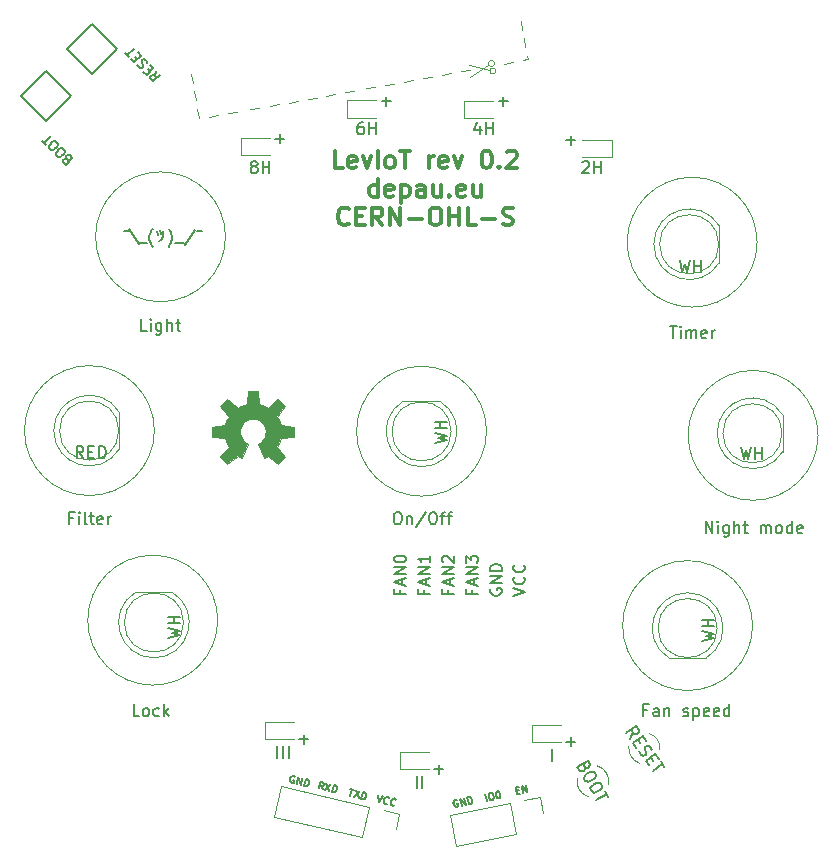
<source format=gbr>
%TF.GenerationSoftware,KiCad,Pcbnew,(5.99.0-10634-g5f56117be9)*%
%TF.CreationDate,2021-05-24T23:14:31+02:00*%
%TF.ProjectId,custom-pcb,63757374-6f6d-42d7-9063-622e6b696361,rev?*%
%TF.SameCoordinates,Original*%
%TF.FileFunction,Legend,Top*%
%TF.FilePolarity,Positive*%
%FSLAX46Y46*%
G04 Gerber Fmt 4.6, Leading zero omitted, Abs format (unit mm)*
G04 Created by KiCad (PCBNEW (5.99.0-10634-g5f56117be9)) date 2021-05-24 23:14:31*
%MOMM*%
%LPD*%
G01*
G04 APERTURE LIST*
%ADD10C,0.120000*%
%ADD11C,0.150000*%
%ADD12C,0.300000*%
%ADD13C,0.010000*%
G04 APERTURE END LIST*
D10*
X122262900Y-46736000D02*
X122389900Y-47498000D01*
X112395000Y-51879500D02*
X113157000Y-51752500D01*
X122783600Y-49720500D02*
X122834400Y-49999900D01*
X131397192Y-108184578D02*
G75*
G03*
X132334000Y-109601000I1317808J-146423D01*
G01*
X120142000Y-50990500D02*
G75*
G03*
X120142000Y-50990500I-254000J0D01*
G01*
X117856000Y-50482500D02*
X119634000Y-50863500D01*
X115570000Y-51295300D02*
X116332000Y-51168300D01*
X129666998Y-111379000D02*
G75*
G03*
X128730192Y-109824443I-1324819J261185D01*
G01*
X94488000Y-52044600D02*
X94361000Y-51282600D01*
X122491500Y-48158400D02*
X122618500Y-48920400D01*
X109143800Y-52463700D02*
X109905800Y-52336700D01*
X134032808Y-108477424D02*
G75*
G03*
X133096000Y-107061002I-1317808J146423D01*
G01*
X120026707Y-50355500D02*
G75*
G03*
X120026707Y-50355500I-265707J0D01*
G01*
X100990400Y-53936900D02*
X101752400Y-53809900D01*
X97459800Y-54571900D02*
X98221800Y-54444900D01*
X94742000Y-53467000D02*
X94615000Y-52705000D01*
X122783600Y-50012600D02*
X122402600Y-50088800D01*
X127017360Y-110856630D02*
G75*
G03*
X127954166Y-112411187I1324819J-261185D01*
G01*
X119507000Y-50482500D02*
X117983000Y-51498500D01*
X107391200Y-52781200D02*
X108153200Y-52654200D01*
X99314000Y-54241700D02*
X100076000Y-54114700D01*
X113969800Y-51600100D02*
X114731800Y-51473100D01*
X94996000Y-54965600D02*
X94869000Y-54203600D01*
X95859600Y-54851300D02*
X96621600Y-54724300D01*
X117195600Y-51015900D02*
X117957600Y-50888900D01*
X110744000Y-52184300D02*
X111506000Y-52057300D01*
X105791000Y-53073300D02*
X106553000Y-52946300D01*
X120827800Y-50380900D02*
X121589800Y-50253900D01*
X102590600Y-53657500D02*
X103352600Y-53530500D01*
X104216200Y-53378100D02*
X104978200Y-53251100D01*
D11*
X91374496Y-50984685D02*
X91293683Y-51442621D01*
X91697744Y-51307934D02*
X91132059Y-51873619D01*
X90916560Y-51658120D01*
X90889622Y-51577308D01*
X90889622Y-51523433D01*
X90916560Y-51442621D01*
X90997372Y-51361809D01*
X91078184Y-51334871D01*
X91132059Y-51334871D01*
X91212871Y-51361809D01*
X91428370Y-51577308D01*
X90835748Y-51038560D02*
X90647186Y-50849998D01*
X90862685Y-50472874D02*
X91132059Y-50742248D01*
X90566374Y-51307934D01*
X90297000Y-51038560D01*
X90620248Y-50284312D02*
X90566374Y-50176563D01*
X90431687Y-50041876D01*
X90350874Y-50014938D01*
X90297000Y-50014938D01*
X90216187Y-50041876D01*
X90162312Y-50095751D01*
X90135375Y-50176563D01*
X90135375Y-50230438D01*
X90162312Y-50311250D01*
X90243125Y-50445937D01*
X90270062Y-50526749D01*
X90270062Y-50580624D01*
X90243125Y-50661436D01*
X90189250Y-50715311D01*
X90108438Y-50742248D01*
X90054563Y-50742248D01*
X89973751Y-50715311D01*
X89839064Y-50580624D01*
X89785189Y-50472874D01*
X89785189Y-49988001D02*
X89596627Y-49799439D01*
X89812126Y-49422316D02*
X90081500Y-49691690D01*
X89515815Y-50257375D01*
X89246441Y-49988001D01*
X89084816Y-49826377D02*
X88761568Y-49503128D01*
X89488877Y-49099067D02*
X88923192Y-49664752D01*
X83785309Y-58466122D02*
X83731435Y-58358372D01*
X83731435Y-58304497D01*
X83758372Y-58223685D01*
X83839184Y-58142873D01*
X83919996Y-58115935D01*
X83973871Y-58115935D01*
X84054683Y-58142873D01*
X84270183Y-58358372D01*
X83704497Y-58924057D01*
X83515935Y-58735496D01*
X83488998Y-58654683D01*
X83488998Y-58600809D01*
X83515935Y-58519996D01*
X83569810Y-58466122D01*
X83650622Y-58439184D01*
X83704497Y-58439184D01*
X83785309Y-58466122D01*
X83973871Y-58654683D01*
X83031062Y-58250622D02*
X82923312Y-58142873D01*
X82896375Y-58062061D01*
X82896375Y-57954311D01*
X82977187Y-57819624D01*
X83165749Y-57631062D01*
X83300436Y-57550250D01*
X83408186Y-57550250D01*
X83488998Y-57577187D01*
X83596748Y-57684937D01*
X83623685Y-57765749D01*
X83623685Y-57873499D01*
X83542873Y-58008186D01*
X83354311Y-58196748D01*
X83219624Y-58277560D01*
X83111874Y-58277560D01*
X83031062Y-58250622D01*
X82438439Y-57658000D02*
X82330690Y-57550250D01*
X82303752Y-57469438D01*
X82303752Y-57361688D01*
X82384564Y-57227001D01*
X82573126Y-57038439D01*
X82707813Y-56957627D01*
X82815563Y-56957627D01*
X82896375Y-56984564D01*
X83004125Y-57092314D01*
X83031062Y-57173126D01*
X83031062Y-57280876D01*
X82950250Y-57415563D01*
X82761688Y-57604125D01*
X82627001Y-57684937D01*
X82519251Y-57684937D01*
X82438439Y-57658000D01*
X82034378Y-57253938D02*
X81711129Y-56930690D01*
X82438439Y-56526629D02*
X81872754Y-57092314D01*
X118085571Y-94969714D02*
X118085571Y-95303047D01*
X118609380Y-95303047D02*
X117609380Y-95303047D01*
X117609380Y-94826857D01*
X118323666Y-94493523D02*
X118323666Y-94017333D01*
X118609380Y-94588761D02*
X117609380Y-94255428D01*
X118609380Y-93922095D01*
X118609380Y-93588761D02*
X117609380Y-93588761D01*
X118609380Y-93017333D01*
X117609380Y-93017333D01*
X117609380Y-92636380D02*
X117609380Y-92017333D01*
X117990333Y-92350666D01*
X117990333Y-92207809D01*
X118037952Y-92112571D01*
X118085571Y-92064952D01*
X118180809Y-92017333D01*
X118418904Y-92017333D01*
X118514142Y-92064952D01*
X118561761Y-92112571D01*
X118609380Y-92207809D01*
X118609380Y-92493523D01*
X118561761Y-92588761D01*
X118514142Y-92636380D01*
X110165416Y-112275888D02*
X110225319Y-112905501D01*
X110555164Y-112365869D01*
X110961991Y-113016929D02*
X110927725Y-113038341D01*
X110837781Y-113046899D01*
X110782102Y-113034044D01*
X110705012Y-112986924D01*
X110662188Y-112918391D01*
X110647203Y-112856285D01*
X110645073Y-112738502D01*
X110664354Y-112654984D01*
X110717902Y-112550055D01*
X110758596Y-112500804D01*
X110827128Y-112457980D01*
X110917073Y-112449422D01*
X110972751Y-112462277D01*
X111049841Y-112509397D01*
X111071253Y-112543663D01*
X111546613Y-113151900D02*
X111512347Y-113173312D01*
X111422403Y-113181869D01*
X111366724Y-113169015D01*
X111289634Y-113121894D01*
X111246810Y-113053362D01*
X111231825Y-112991256D01*
X111229695Y-112873472D01*
X111248976Y-112789955D01*
X111302524Y-112685025D01*
X111343218Y-112635774D01*
X111411750Y-112592950D01*
X111501695Y-112584393D01*
X111557373Y-112597247D01*
X111634463Y-112644368D01*
X111655875Y-112678634D01*
X114971580Y-82486380D02*
X115971580Y-82248285D01*
X115257295Y-82057809D01*
X115971580Y-81867333D01*
X114971580Y-81629238D01*
X115971580Y-81248285D02*
X114971580Y-81248285D01*
X115447771Y-81248285D02*
X115447771Y-80676857D01*
X115971580Y-80676857D02*
X114971580Y-80676857D01*
X92416380Y-98996380D02*
X93416380Y-98758285D01*
X92702095Y-98567809D01*
X93416380Y-98377333D01*
X92416380Y-98139238D01*
X93416380Y-97758285D02*
X92416380Y-97758285D01*
X92892571Y-97758285D02*
X92892571Y-97186857D01*
X93416380Y-97186857D02*
X92416380Y-97186857D01*
X126111047Y-56840428D02*
X126872952Y-56840428D01*
X126492000Y-57221380D02*
X126492000Y-56459476D01*
X116053571Y-94969714D02*
X116053571Y-95303047D01*
X116577380Y-95303047D02*
X115577380Y-95303047D01*
X115577380Y-94826857D01*
X116291666Y-94493523D02*
X116291666Y-94017333D01*
X116577380Y-94588761D02*
X115577380Y-94255428D01*
X116577380Y-93922095D01*
X116577380Y-93588761D02*
X115577380Y-93588761D01*
X116577380Y-93017333D01*
X115577380Y-93017333D01*
X115672619Y-92588761D02*
X115625000Y-92541142D01*
X115577380Y-92445904D01*
X115577380Y-92207809D01*
X115625000Y-92112571D01*
X115672619Y-92064952D01*
X115767857Y-92017333D01*
X115863095Y-92017333D01*
X116005952Y-92064952D01*
X116577380Y-92636380D01*
X116577380Y-92017333D01*
X114021571Y-94969714D02*
X114021571Y-95303047D01*
X114545380Y-95303047D02*
X113545380Y-95303047D01*
X113545380Y-94826857D01*
X114259666Y-94493523D02*
X114259666Y-94017333D01*
X114545380Y-94588761D02*
X113545380Y-94255428D01*
X114545380Y-93922095D01*
X114545380Y-93588761D02*
X113545380Y-93588761D01*
X114545380Y-93017333D01*
X113545380Y-93017333D01*
X114545380Y-92017333D02*
X114545380Y-92588761D01*
X114545380Y-92303047D02*
X113545380Y-92303047D01*
X113688238Y-92398285D01*
X113783476Y-92493523D01*
X113831095Y-92588761D01*
D12*
X107208714Y-59223571D02*
X106494428Y-59223571D01*
X106494428Y-57723571D01*
X108280142Y-59152142D02*
X108137285Y-59223571D01*
X107851571Y-59223571D01*
X107708714Y-59152142D01*
X107637285Y-59009285D01*
X107637285Y-58437857D01*
X107708714Y-58295000D01*
X107851571Y-58223571D01*
X108137285Y-58223571D01*
X108280142Y-58295000D01*
X108351571Y-58437857D01*
X108351571Y-58580714D01*
X107637285Y-58723571D01*
X108851571Y-58223571D02*
X109208714Y-59223571D01*
X109565857Y-58223571D01*
X110137285Y-59223571D02*
X110137285Y-57723571D01*
X111065857Y-59223571D02*
X110923000Y-59152142D01*
X110851571Y-59080714D01*
X110780142Y-58937857D01*
X110780142Y-58509285D01*
X110851571Y-58366428D01*
X110923000Y-58295000D01*
X111065857Y-58223571D01*
X111280142Y-58223571D01*
X111423000Y-58295000D01*
X111494428Y-58366428D01*
X111565857Y-58509285D01*
X111565857Y-58937857D01*
X111494428Y-59080714D01*
X111423000Y-59152142D01*
X111280142Y-59223571D01*
X111065857Y-59223571D01*
X111994428Y-57723571D02*
X112851571Y-57723571D01*
X112423000Y-59223571D02*
X112423000Y-57723571D01*
X114494428Y-59223571D02*
X114494428Y-58223571D01*
X114494428Y-58509285D02*
X114565857Y-58366428D01*
X114637285Y-58295000D01*
X114780142Y-58223571D01*
X114923000Y-58223571D01*
X115994428Y-59152142D02*
X115851571Y-59223571D01*
X115565857Y-59223571D01*
X115423000Y-59152142D01*
X115351571Y-59009285D01*
X115351571Y-58437857D01*
X115423000Y-58295000D01*
X115565857Y-58223571D01*
X115851571Y-58223571D01*
X115994428Y-58295000D01*
X116065857Y-58437857D01*
X116065857Y-58580714D01*
X115351571Y-58723571D01*
X116565857Y-58223571D02*
X116923000Y-59223571D01*
X117280142Y-58223571D01*
X119280142Y-57723571D02*
X119423000Y-57723571D01*
X119565857Y-57795000D01*
X119637285Y-57866428D01*
X119708714Y-58009285D01*
X119780142Y-58295000D01*
X119780142Y-58652142D01*
X119708714Y-58937857D01*
X119637285Y-59080714D01*
X119565857Y-59152142D01*
X119423000Y-59223571D01*
X119280142Y-59223571D01*
X119137285Y-59152142D01*
X119065857Y-59080714D01*
X118994428Y-58937857D01*
X118923000Y-58652142D01*
X118923000Y-58295000D01*
X118994428Y-58009285D01*
X119065857Y-57866428D01*
X119137285Y-57795000D01*
X119280142Y-57723571D01*
X120423000Y-59080714D02*
X120494428Y-59152142D01*
X120423000Y-59223571D01*
X120351571Y-59152142D01*
X120423000Y-59080714D01*
X120423000Y-59223571D01*
X121065857Y-57866428D02*
X121137285Y-57795000D01*
X121280142Y-57723571D01*
X121637285Y-57723571D01*
X121780142Y-57795000D01*
X121851571Y-57866428D01*
X121923000Y-58009285D01*
X121923000Y-58152142D01*
X121851571Y-58366428D01*
X120994428Y-59223571D01*
X121923000Y-59223571D01*
X110137285Y-61638571D02*
X110137285Y-60138571D01*
X110137285Y-61567142D02*
X109994428Y-61638571D01*
X109708714Y-61638571D01*
X109565857Y-61567142D01*
X109494428Y-61495714D01*
X109423000Y-61352857D01*
X109423000Y-60924285D01*
X109494428Y-60781428D01*
X109565857Y-60710000D01*
X109708714Y-60638571D01*
X109994428Y-60638571D01*
X110137285Y-60710000D01*
X111423000Y-61567142D02*
X111280142Y-61638571D01*
X110994428Y-61638571D01*
X110851571Y-61567142D01*
X110780142Y-61424285D01*
X110780142Y-60852857D01*
X110851571Y-60710000D01*
X110994428Y-60638571D01*
X111280142Y-60638571D01*
X111423000Y-60710000D01*
X111494428Y-60852857D01*
X111494428Y-60995714D01*
X110780142Y-61138571D01*
X112137285Y-60638571D02*
X112137285Y-62138571D01*
X112137285Y-60710000D02*
X112280142Y-60638571D01*
X112565857Y-60638571D01*
X112708714Y-60710000D01*
X112780142Y-60781428D01*
X112851571Y-60924285D01*
X112851571Y-61352857D01*
X112780142Y-61495714D01*
X112708714Y-61567142D01*
X112565857Y-61638571D01*
X112280142Y-61638571D01*
X112137285Y-61567142D01*
X114137285Y-61638571D02*
X114137285Y-60852857D01*
X114065857Y-60710000D01*
X113923000Y-60638571D01*
X113637285Y-60638571D01*
X113494428Y-60710000D01*
X114137285Y-61567142D02*
X113994428Y-61638571D01*
X113637285Y-61638571D01*
X113494428Y-61567142D01*
X113423000Y-61424285D01*
X113423000Y-61281428D01*
X113494428Y-61138571D01*
X113637285Y-61067142D01*
X113994428Y-61067142D01*
X114137285Y-60995714D01*
X115494428Y-60638571D02*
X115494428Y-61638571D01*
X114851571Y-60638571D02*
X114851571Y-61424285D01*
X114923000Y-61567142D01*
X115065857Y-61638571D01*
X115280142Y-61638571D01*
X115423000Y-61567142D01*
X115494428Y-61495714D01*
X116208714Y-61495714D02*
X116280142Y-61567142D01*
X116208714Y-61638571D01*
X116137285Y-61567142D01*
X116208714Y-61495714D01*
X116208714Y-61638571D01*
X117494428Y-61567142D02*
X117351571Y-61638571D01*
X117065857Y-61638571D01*
X116923000Y-61567142D01*
X116851571Y-61424285D01*
X116851571Y-60852857D01*
X116923000Y-60710000D01*
X117065857Y-60638571D01*
X117351571Y-60638571D01*
X117494428Y-60710000D01*
X117565857Y-60852857D01*
X117565857Y-60995714D01*
X116851571Y-61138571D01*
X118851571Y-60638571D02*
X118851571Y-61638571D01*
X118208714Y-60638571D02*
X118208714Y-61424285D01*
X118280142Y-61567142D01*
X118423000Y-61638571D01*
X118637285Y-61638571D01*
X118780142Y-61567142D01*
X118851571Y-61495714D01*
X107673000Y-63910714D02*
X107601571Y-63982142D01*
X107387285Y-64053571D01*
X107244428Y-64053571D01*
X107030142Y-63982142D01*
X106887285Y-63839285D01*
X106815857Y-63696428D01*
X106744428Y-63410714D01*
X106744428Y-63196428D01*
X106815857Y-62910714D01*
X106887285Y-62767857D01*
X107030142Y-62625000D01*
X107244428Y-62553571D01*
X107387285Y-62553571D01*
X107601571Y-62625000D01*
X107673000Y-62696428D01*
X108315857Y-63267857D02*
X108815857Y-63267857D01*
X109030142Y-64053571D02*
X108315857Y-64053571D01*
X108315857Y-62553571D01*
X109030142Y-62553571D01*
X110530142Y-64053571D02*
X110030142Y-63339285D01*
X109673000Y-64053571D02*
X109673000Y-62553571D01*
X110244428Y-62553571D01*
X110387285Y-62625000D01*
X110458714Y-62696428D01*
X110530142Y-62839285D01*
X110530142Y-63053571D01*
X110458714Y-63196428D01*
X110387285Y-63267857D01*
X110244428Y-63339285D01*
X109673000Y-63339285D01*
X111173000Y-64053571D02*
X111173000Y-62553571D01*
X112030142Y-64053571D01*
X112030142Y-62553571D01*
X112744428Y-63482142D02*
X113887285Y-63482142D01*
X114887285Y-62553571D02*
X115173000Y-62553571D01*
X115315857Y-62625000D01*
X115458714Y-62767857D01*
X115530142Y-63053571D01*
X115530142Y-63553571D01*
X115458714Y-63839285D01*
X115315857Y-63982142D01*
X115173000Y-64053571D01*
X114887285Y-64053571D01*
X114744428Y-63982142D01*
X114601571Y-63839285D01*
X114530142Y-63553571D01*
X114530142Y-63053571D01*
X114601571Y-62767857D01*
X114744428Y-62625000D01*
X114887285Y-62553571D01*
X116173000Y-64053571D02*
X116173000Y-62553571D01*
X116173000Y-63267857D02*
X117030142Y-63267857D01*
X117030142Y-64053571D02*
X117030142Y-62553571D01*
X118458714Y-64053571D02*
X117744428Y-64053571D01*
X117744428Y-62553571D01*
X118958714Y-63482142D02*
X120101571Y-63482142D01*
X120744428Y-63982142D02*
X120958714Y-64053571D01*
X121315857Y-64053571D01*
X121458714Y-63982142D01*
X121530142Y-63910714D01*
X121601571Y-63767857D01*
X121601571Y-63625000D01*
X121530142Y-63482142D01*
X121458714Y-63410714D01*
X121315857Y-63339285D01*
X121030142Y-63267857D01*
X120887285Y-63196428D01*
X120815857Y-63125000D01*
X120744428Y-62982142D01*
X120744428Y-62839285D01*
X120815857Y-62696428D01*
X120887285Y-62625000D01*
X121030142Y-62553571D01*
X121387285Y-62553571D01*
X121601571Y-62625000D01*
D11*
X114935047Y-110104228D02*
X115696952Y-110104228D01*
X115316000Y-110485180D02*
X115316000Y-109723276D01*
X110490047Y-53538428D02*
X111251952Y-53538428D01*
X110871000Y-53919380D02*
X110871000Y-53157476D01*
X127653287Y-109913965D02*
X127683476Y-110061492D01*
X127666047Y-110126541D01*
X127607377Y-110215400D01*
X127483660Y-110286828D01*
X127377371Y-110293208D01*
X127312323Y-110275778D01*
X127223464Y-110217109D01*
X127032988Y-109887195D01*
X127899013Y-109387195D01*
X128065680Y-109675870D01*
X128072060Y-109782158D01*
X128054630Y-109847207D01*
X127995961Y-109936065D01*
X127913482Y-109983684D01*
X127807194Y-109990064D01*
X127742145Y-109972634D01*
X127653287Y-109913965D01*
X127486620Y-109625290D01*
X128494252Y-110418177D02*
X128589490Y-110583134D01*
X128595869Y-110689423D01*
X128561010Y-110819520D01*
X128419862Y-110955998D01*
X128131187Y-111122664D01*
X127942420Y-111176663D01*
X127812323Y-111141804D01*
X127723464Y-111083134D01*
X127628226Y-110918177D01*
X127621846Y-110811889D01*
X127656706Y-110681791D01*
X127797854Y-110545314D01*
X128086529Y-110378647D01*
X128275295Y-110324649D01*
X128405393Y-110359508D01*
X128494252Y-110418177D01*
X129018061Y-111325442D02*
X129113299Y-111490399D01*
X129119679Y-111596687D01*
X129084819Y-111726785D01*
X128943672Y-111863262D01*
X128654996Y-112029929D01*
X128466230Y-112083928D01*
X128336132Y-112049068D01*
X128247274Y-111990399D01*
X128152036Y-111825442D01*
X128145656Y-111719154D01*
X128180515Y-111589056D01*
X128321663Y-111452579D01*
X128610338Y-111285912D01*
X128799105Y-111231913D01*
X128929203Y-111266773D01*
X129018061Y-111325442D01*
X129375204Y-111944032D02*
X129660918Y-112438903D01*
X128652036Y-112691467D02*
X129518061Y-112191467D01*
X137628380Y-99250380D02*
X138628380Y-99012285D01*
X137914095Y-98821809D01*
X138628380Y-98631333D01*
X137628380Y-98393238D01*
X138628380Y-98012285D02*
X137628380Y-98012285D01*
X138104571Y-98012285D02*
X138104571Y-97440857D01*
X138628380Y-97440857D02*
X137628380Y-97440857D01*
X85209142Y-83764380D02*
X84875809Y-83288190D01*
X84637714Y-83764380D02*
X84637714Y-82764380D01*
X85018666Y-82764380D01*
X85113904Y-82812000D01*
X85161523Y-82859619D01*
X85209142Y-82954857D01*
X85209142Y-83097714D01*
X85161523Y-83192952D01*
X85113904Y-83240571D01*
X85018666Y-83288190D01*
X84637714Y-83288190D01*
X85637714Y-83240571D02*
X85971047Y-83240571D01*
X86113904Y-83764380D02*
X85637714Y-83764380D01*
X85637714Y-82764380D01*
X86113904Y-82764380D01*
X86542476Y-83764380D02*
X86542476Y-82764380D01*
X86780571Y-82764380D01*
X86923428Y-82812000D01*
X87018666Y-82907238D01*
X87066285Y-83002476D01*
X87113904Y-83192952D01*
X87113904Y-83335809D01*
X87066285Y-83526285D01*
X87018666Y-83621523D01*
X86923428Y-83716761D01*
X86780571Y-83764380D01*
X86542476Y-83764380D01*
X131511379Y-107527754D02*
X131710259Y-106981571D01*
X131183621Y-107059667D02*
X132002773Y-106486090D01*
X132221279Y-106798148D01*
X132236898Y-106903476D01*
X132225204Y-106969796D01*
X132174502Y-107063430D01*
X132057481Y-107145369D01*
X131952153Y-107160989D01*
X131885833Y-107149294D01*
X131792199Y-107098593D01*
X131573694Y-106786535D01*
X132186277Y-107578374D02*
X132377469Y-107851425D01*
X132030329Y-108268891D02*
X131757198Y-107878819D01*
X132576350Y-107305242D01*
X132849481Y-107695315D01*
X132287842Y-108553636D02*
X132330774Y-108697971D01*
X132467340Y-108893007D01*
X132560974Y-108943708D01*
X132627294Y-108955403D01*
X132732622Y-108939783D01*
X132810636Y-108885157D01*
X132861337Y-108791524D01*
X132873031Y-108725203D01*
X132857412Y-108619875D01*
X132787167Y-108436533D01*
X132771548Y-108331206D01*
X132783242Y-108264885D01*
X132833943Y-108171252D01*
X132911958Y-108116625D01*
X133017285Y-108101006D01*
X133083606Y-108112700D01*
X133177239Y-108163402D01*
X133313805Y-108358438D01*
X133356737Y-108502773D01*
X133251491Y-109099656D02*
X133442683Y-109372707D01*
X133095543Y-109790174D02*
X132822411Y-109400101D01*
X133641563Y-108826525D01*
X133914695Y-109216597D01*
X134078574Y-109450641D02*
X134406332Y-109918728D01*
X133423301Y-110258261D02*
X134242453Y-109684684D01*
X111989571Y-94969714D02*
X111989571Y-95303047D01*
X112513380Y-95303047D02*
X111513380Y-95303047D01*
X111513380Y-94826857D01*
X112227666Y-94493523D02*
X112227666Y-94017333D01*
X112513380Y-94588761D02*
X111513380Y-94255428D01*
X112513380Y-93922095D01*
X112513380Y-93588761D02*
X111513380Y-93588761D01*
X112513380Y-93017333D01*
X111513380Y-93017333D01*
X111513380Y-92350666D02*
X111513380Y-92255428D01*
X111561000Y-92160190D01*
X111608619Y-92112571D01*
X111703857Y-92064952D01*
X111894333Y-92017333D01*
X112132428Y-92017333D01*
X112322904Y-92064952D01*
X112418142Y-92112571D01*
X112465761Y-92160190D01*
X112513380Y-92255428D01*
X112513380Y-92350666D01*
X112465761Y-92445904D01*
X112418142Y-92493523D01*
X112322904Y-92541142D01*
X112132428Y-92588761D01*
X111894333Y-92588761D01*
X111703857Y-92541142D01*
X111608619Y-92493523D01*
X111561000Y-92445904D01*
X111513380Y-92350666D01*
X120396047Y-53538428D02*
X121157952Y-53538428D01*
X120777000Y-53919380D02*
X120777000Y-53157476D01*
X88614666Y-64524000D02*
X89090857Y-64524000D01*
X89043238Y-64381142D02*
X89900380Y-65666857D01*
X89805142Y-65571619D02*
X90567047Y-65571619D01*
X91090857Y-65857333D02*
X91043238Y-65809714D01*
X90948000Y-65666857D01*
X90900380Y-65571619D01*
X90852761Y-65428761D01*
X90805142Y-65190666D01*
X90805142Y-65000190D01*
X90852761Y-64762095D01*
X90900380Y-64619238D01*
X90948000Y-64524000D01*
X91043238Y-64381142D01*
X91090857Y-64333523D01*
X91471809Y-64524000D02*
X91567047Y-64857333D01*
X91662285Y-64476380D02*
X91757523Y-64762095D01*
X91995619Y-64524000D02*
X91995619Y-64809714D01*
X91948000Y-65000190D01*
X91852761Y-65190666D01*
X91757523Y-65285904D01*
X91614666Y-65381142D01*
X92424190Y-65857333D02*
X92471809Y-65809714D01*
X92567047Y-65666857D01*
X92614666Y-65571619D01*
X92662285Y-65428761D01*
X92709904Y-65190666D01*
X92709904Y-65000190D01*
X92662285Y-64762095D01*
X92614666Y-64619238D01*
X92567047Y-64524000D01*
X92471809Y-64381142D01*
X92424190Y-64333523D01*
X92948000Y-65571619D02*
X93709904Y-65571619D01*
X94662285Y-64428761D02*
X93805142Y-65714476D01*
X94805142Y-64524000D02*
X95281333Y-64524000D01*
X101473047Y-56713428D02*
X102234952Y-56713428D01*
X101854000Y-57094380D02*
X101854000Y-56332476D01*
X135699619Y-67016380D02*
X135937714Y-68016380D01*
X136128190Y-67302095D01*
X136318666Y-68016380D01*
X136556761Y-67016380D01*
X136937714Y-68016380D02*
X136937714Y-67016380D01*
X136937714Y-67492571D02*
X137509142Y-67492571D01*
X137509142Y-68016380D02*
X137509142Y-67016380D01*
X126111047Y-107767428D02*
X126872952Y-107767428D01*
X126492000Y-108148380D02*
X126492000Y-107386476D01*
X107794175Y-111777529D02*
X108128244Y-111854655D01*
X107826239Y-112400714D02*
X107961210Y-111816092D01*
X108267440Y-111886791D02*
X108522218Y-112561394D01*
X108657188Y-111976772D02*
X108132469Y-112471413D01*
X108744931Y-112612811D02*
X108879901Y-112028189D01*
X109019097Y-112060325D01*
X109096187Y-112107446D01*
X109139011Y-112175978D01*
X109153996Y-112238084D01*
X109156126Y-112355867D01*
X109136845Y-112439385D01*
X109083297Y-112544314D01*
X109042604Y-112593565D01*
X108974071Y-112636389D01*
X108884126Y-112644947D01*
X108744931Y-112612811D01*
X105467193Y-111807491D02*
X105336591Y-111484109D01*
X105133124Y-111730365D02*
X105268094Y-111145743D01*
X105490807Y-111197160D01*
X105540059Y-111237854D01*
X105561470Y-111272120D01*
X105576455Y-111334225D01*
X105557174Y-111417743D01*
X105516480Y-111466994D01*
X105482214Y-111488406D01*
X105420108Y-111503391D01*
X105197395Y-111451973D01*
X105797038Y-111267859D02*
X106051815Y-111942462D01*
X106186786Y-111357840D02*
X105662067Y-111852481D01*
X106274529Y-111993879D02*
X106409499Y-111409257D01*
X106548695Y-111441393D01*
X106625785Y-111488513D01*
X106668609Y-111557046D01*
X106683594Y-111619152D01*
X106685724Y-111736935D01*
X106666443Y-111820453D01*
X106612895Y-111925382D01*
X106572201Y-111974633D01*
X106503669Y-112017457D01*
X106413724Y-112026015D01*
X106274529Y-111993879D01*
X116842013Y-112695738D02*
X116780468Y-112678595D01*
X116696329Y-112694950D01*
X116617641Y-112739352D01*
X116572451Y-112806348D01*
X116555308Y-112867893D01*
X116549069Y-112985530D01*
X116565424Y-113069670D01*
X116615277Y-113176404D01*
X116654227Y-113227046D01*
X116721223Y-113272235D01*
X116810814Y-113283927D01*
X116866907Y-113273023D01*
X116945595Y-113228622D01*
X116968190Y-113195123D01*
X116930028Y-112998798D01*
X116817842Y-113020605D01*
X117231512Y-113202151D02*
X117117026Y-112613175D01*
X117568069Y-113136731D01*
X117453584Y-112547755D01*
X117848534Y-113082214D02*
X117734049Y-112493238D01*
X117874281Y-112465979D01*
X117963873Y-112477671D01*
X118030869Y-112522861D01*
X118069819Y-112573502D01*
X118119672Y-112680236D01*
X118136027Y-112764376D01*
X118129787Y-112882013D01*
X118112644Y-112943558D01*
X118067455Y-113010554D01*
X117988767Y-113054956D01*
X117848534Y-113082214D01*
X103127059Y-110729854D02*
X103077807Y-110689160D01*
X102994290Y-110669879D01*
X102904345Y-110678436D01*
X102835813Y-110721260D01*
X102795119Y-110770511D01*
X102741571Y-110875441D01*
X102722290Y-110958958D01*
X102724420Y-111076742D01*
X102739405Y-111138847D01*
X102782229Y-111207380D01*
X102859319Y-111254501D01*
X102914998Y-111267355D01*
X103004942Y-111258797D01*
X103039209Y-111237385D01*
X103084199Y-111042511D01*
X102972842Y-111016803D01*
X103276906Y-111350908D02*
X103411877Y-110766286D01*
X103610976Y-111428034D01*
X103745947Y-110843412D01*
X103889368Y-111492306D02*
X104024338Y-110907684D01*
X104163534Y-110939820D01*
X104240624Y-110986941D01*
X104283448Y-111055473D01*
X104298433Y-111117579D01*
X104300563Y-111235362D01*
X104281282Y-111318880D01*
X104227734Y-111423809D01*
X104187041Y-111473060D01*
X104118508Y-111515884D01*
X104028563Y-111524442D01*
X103889368Y-111492306D01*
X103505047Y-107564228D02*
X104266952Y-107564228D01*
X103886000Y-107945180D02*
X103886000Y-107183276D01*
X119689000Y-94826904D02*
X119641380Y-94922142D01*
X119641380Y-95065000D01*
X119689000Y-95207857D01*
X119784238Y-95303095D01*
X119879476Y-95350714D01*
X120069952Y-95398333D01*
X120212809Y-95398333D01*
X120403285Y-95350714D01*
X120498523Y-95303095D01*
X120593761Y-95207857D01*
X120641380Y-95065000D01*
X120641380Y-94969761D01*
X120593761Y-94826904D01*
X120546142Y-94779285D01*
X120212809Y-94779285D01*
X120212809Y-94969761D01*
X120641380Y-94350714D02*
X119641380Y-94350714D01*
X120641380Y-93779285D01*
X119641380Y-93779285D01*
X120641380Y-93303095D02*
X119641380Y-93303095D01*
X119641380Y-93065000D01*
X119689000Y-92922142D01*
X119784238Y-92826904D01*
X119879476Y-92779285D01*
X120069952Y-92731666D01*
X120212809Y-92731666D01*
X120403285Y-92779285D01*
X120498523Y-92826904D01*
X120593761Y-92922142D01*
X120641380Y-93065000D01*
X120641380Y-93303095D01*
X140881219Y-82815180D02*
X141119314Y-83815180D01*
X141309790Y-83100895D01*
X141500266Y-83815180D01*
X141738361Y-82815180D01*
X142119314Y-83815180D02*
X142119314Y-82815180D01*
X142119314Y-83291371D02*
X142690742Y-83291371D01*
X142690742Y-83815180D02*
X142690742Y-82815180D01*
X119350814Y-112775927D02*
X119236329Y-112186950D01*
X119628980Y-112110627D02*
X119741166Y-112088820D01*
X119802710Y-112105963D01*
X119869707Y-112151153D01*
X119919560Y-112257887D01*
X119957722Y-112454212D01*
X119951482Y-112571850D01*
X119906292Y-112638846D01*
X119855651Y-112677796D01*
X119743465Y-112699603D01*
X119681920Y-112682460D01*
X119614924Y-112637270D01*
X119565071Y-112530536D01*
X119526909Y-112334211D01*
X119533149Y-112216573D01*
X119578338Y-112149577D01*
X119628980Y-112110627D01*
X120246002Y-111990690D02*
X120302095Y-111979786D01*
X120363640Y-111996929D01*
X120397138Y-112019524D01*
X120436088Y-112070165D01*
X120485941Y-112176900D01*
X120513200Y-112317132D01*
X120506960Y-112434770D01*
X120489817Y-112496314D01*
X120467222Y-112529813D01*
X120416581Y-112568763D01*
X120360488Y-112579666D01*
X120298943Y-112562523D01*
X120265445Y-112539928D01*
X120226495Y-112489287D01*
X120176642Y-112382552D01*
X120149384Y-112242320D01*
X120155623Y-112124682D01*
X120172766Y-112063138D01*
X120195361Y-112029639D01*
X120246002Y-111990690D01*
X121597180Y-95398333D02*
X122597180Y-95065000D01*
X121597180Y-94731666D01*
X122501942Y-93826904D02*
X122549561Y-93874523D01*
X122597180Y-94017380D01*
X122597180Y-94112619D01*
X122549561Y-94255476D01*
X122454323Y-94350714D01*
X122359085Y-94398333D01*
X122168609Y-94445952D01*
X122025752Y-94445952D01*
X121835276Y-94398333D01*
X121740038Y-94350714D01*
X121644800Y-94255476D01*
X121597180Y-94112619D01*
X121597180Y-94017380D01*
X121644800Y-93874523D01*
X121692419Y-93826904D01*
X122501942Y-92826904D02*
X122549561Y-92874523D01*
X122597180Y-93017380D01*
X122597180Y-93112619D01*
X122549561Y-93255476D01*
X122454323Y-93350714D01*
X122359085Y-93398333D01*
X122168609Y-93445952D01*
X122025752Y-93445952D01*
X121835276Y-93398333D01*
X121740038Y-93350714D01*
X121644800Y-93255476D01*
X121597180Y-93112619D01*
X121597180Y-93017380D01*
X121644800Y-92874523D01*
X121692419Y-92826904D01*
X121858101Y-111929431D02*
X122054427Y-111891269D01*
X122198535Y-112183425D02*
X121918070Y-112237942D01*
X121803585Y-111648966D01*
X122084049Y-111594449D01*
X122450953Y-112134360D02*
X122336468Y-111545384D01*
X122787511Y-112068940D01*
X122673026Y-111479964D01*
%TO.C,D1*%
X111726933Y-88352380D02*
X111917409Y-88352380D01*
X112012647Y-88400000D01*
X112107885Y-88495238D01*
X112155504Y-88685714D01*
X112155504Y-89019047D01*
X112107885Y-89209523D01*
X112012647Y-89304761D01*
X111917409Y-89352380D01*
X111726933Y-89352380D01*
X111631695Y-89304761D01*
X111536457Y-89209523D01*
X111488838Y-89019047D01*
X111488838Y-88685714D01*
X111536457Y-88495238D01*
X111631695Y-88400000D01*
X111726933Y-88352380D01*
X112584076Y-88685714D02*
X112584076Y-89352380D01*
X112584076Y-88780952D02*
X112631695Y-88733333D01*
X112726933Y-88685714D01*
X112869790Y-88685714D01*
X112965028Y-88733333D01*
X113012647Y-88828571D01*
X113012647Y-89352380D01*
X114203123Y-88304761D02*
X113345980Y-89590476D01*
X114726933Y-88352380D02*
X114917409Y-88352380D01*
X115012647Y-88400000D01*
X115107885Y-88495238D01*
X115155504Y-88685714D01*
X115155504Y-89019047D01*
X115107885Y-89209523D01*
X115012647Y-89304761D01*
X114917409Y-89352380D01*
X114726933Y-89352380D01*
X114631695Y-89304761D01*
X114536457Y-89209523D01*
X114488838Y-89019047D01*
X114488838Y-88685714D01*
X114536457Y-88495238D01*
X114631695Y-88400000D01*
X114726933Y-88352380D01*
X115441219Y-88685714D02*
X115822171Y-88685714D01*
X115584076Y-89352380D02*
X115584076Y-88495238D01*
X115631695Y-88400000D01*
X115726933Y-88352380D01*
X115822171Y-88352380D01*
X116012647Y-88685714D02*
X116393600Y-88685714D01*
X116155504Y-89352380D02*
X116155504Y-88495238D01*
X116203123Y-88400000D01*
X116298361Y-88352380D01*
X116393600Y-88352380D01*
%TO.C,D5*%
X124855000Y-109418380D02*
X124855000Y-108418380D01*
%TO.C,D6*%
X108886666Y-55332380D02*
X108696190Y-55332380D01*
X108600952Y-55380000D01*
X108553333Y-55427619D01*
X108458095Y-55570476D01*
X108410476Y-55760952D01*
X108410476Y-56141904D01*
X108458095Y-56237142D01*
X108505714Y-56284761D01*
X108600952Y-56332380D01*
X108791428Y-56332380D01*
X108886666Y-56284761D01*
X108934285Y-56237142D01*
X108981904Y-56141904D01*
X108981904Y-55903809D01*
X108934285Y-55808571D01*
X108886666Y-55760952D01*
X108791428Y-55713333D01*
X108600952Y-55713333D01*
X108505714Y-55760952D01*
X108458095Y-55808571D01*
X108410476Y-55903809D01*
X109410476Y-56332380D02*
X109410476Y-55332380D01*
X109410476Y-55808571D02*
X109981904Y-55808571D01*
X109981904Y-56332380D02*
X109981904Y-55332380D01*
%TO.C,D7*%
X113426904Y-111704380D02*
X113426904Y-110704380D01*
X113903095Y-111704380D02*
X113903095Y-110704380D01*
%TO.C,D8*%
X101631809Y-109164380D02*
X101631809Y-108164380D01*
X102108000Y-109164380D02*
X102108000Y-108164380D01*
X102584190Y-109164380D02*
X102584190Y-108164380D01*
%TO.C,D9*%
X99583952Y-59062952D02*
X99488714Y-59015333D01*
X99441095Y-58967714D01*
X99393476Y-58872476D01*
X99393476Y-58824857D01*
X99441095Y-58729619D01*
X99488714Y-58682000D01*
X99583952Y-58634380D01*
X99774428Y-58634380D01*
X99869666Y-58682000D01*
X99917285Y-58729619D01*
X99964904Y-58824857D01*
X99964904Y-58872476D01*
X99917285Y-58967714D01*
X99869666Y-59015333D01*
X99774428Y-59062952D01*
X99583952Y-59062952D01*
X99488714Y-59110571D01*
X99441095Y-59158190D01*
X99393476Y-59253428D01*
X99393476Y-59443904D01*
X99441095Y-59539142D01*
X99488714Y-59586761D01*
X99583952Y-59634380D01*
X99774428Y-59634380D01*
X99869666Y-59586761D01*
X99917285Y-59539142D01*
X99964904Y-59443904D01*
X99964904Y-59253428D01*
X99917285Y-59158190D01*
X99869666Y-59110571D01*
X99774428Y-59062952D01*
X100393476Y-59634380D02*
X100393476Y-58634380D01*
X100393476Y-59110571D02*
X100964904Y-59110571D01*
X100964904Y-59634380D02*
X100964904Y-58634380D01*
%TO.C,D10*%
X127460476Y-58729619D02*
X127508095Y-58682000D01*
X127603333Y-58634380D01*
X127841428Y-58634380D01*
X127936666Y-58682000D01*
X127984285Y-58729619D01*
X128031904Y-58824857D01*
X128031904Y-58920095D01*
X127984285Y-59062952D01*
X127412857Y-59634380D01*
X128031904Y-59634380D01*
X128460476Y-59634380D02*
X128460476Y-58634380D01*
X128460476Y-59110571D02*
X129031904Y-59110571D01*
X129031904Y-59634380D02*
X129031904Y-58634380D01*
%TO.C,D12*%
X118792666Y-55665714D02*
X118792666Y-56332380D01*
X118554571Y-55284761D02*
X118316476Y-55999047D01*
X118935523Y-55999047D01*
X119316476Y-56332380D02*
X119316476Y-55332380D01*
X119316476Y-55808571D02*
X119887904Y-55808571D01*
X119887904Y-56332380D02*
X119887904Y-55332380D01*
%TO.C,SW4*%
X132961476Y-105084571D02*
X132628142Y-105084571D01*
X132628142Y-105608380D02*
X132628142Y-104608380D01*
X133104333Y-104608380D01*
X133913857Y-105608380D02*
X133913857Y-105084571D01*
X133866238Y-104989333D01*
X133771000Y-104941714D01*
X133580523Y-104941714D01*
X133485285Y-104989333D01*
X133913857Y-105560761D02*
X133818619Y-105608380D01*
X133580523Y-105608380D01*
X133485285Y-105560761D01*
X133437666Y-105465523D01*
X133437666Y-105370285D01*
X133485285Y-105275047D01*
X133580523Y-105227428D01*
X133818619Y-105227428D01*
X133913857Y-105179809D01*
X134390047Y-104941714D02*
X134390047Y-105608380D01*
X134390047Y-105036952D02*
X134437666Y-104989333D01*
X134532904Y-104941714D01*
X134675761Y-104941714D01*
X134771000Y-104989333D01*
X134818619Y-105084571D01*
X134818619Y-105608380D01*
X136009095Y-105560761D02*
X136104333Y-105608380D01*
X136294809Y-105608380D01*
X136390047Y-105560761D01*
X136437666Y-105465523D01*
X136437666Y-105417904D01*
X136390047Y-105322666D01*
X136294809Y-105275047D01*
X136151952Y-105275047D01*
X136056714Y-105227428D01*
X136009095Y-105132190D01*
X136009095Y-105084571D01*
X136056714Y-104989333D01*
X136151952Y-104941714D01*
X136294809Y-104941714D01*
X136390047Y-104989333D01*
X136866238Y-104941714D02*
X136866238Y-105941714D01*
X136866238Y-104989333D02*
X136961476Y-104941714D01*
X137151952Y-104941714D01*
X137247190Y-104989333D01*
X137294809Y-105036952D01*
X137342428Y-105132190D01*
X137342428Y-105417904D01*
X137294809Y-105513142D01*
X137247190Y-105560761D01*
X137151952Y-105608380D01*
X136961476Y-105608380D01*
X136866238Y-105560761D01*
X138151952Y-105560761D02*
X138056714Y-105608380D01*
X137866238Y-105608380D01*
X137771000Y-105560761D01*
X137723380Y-105465523D01*
X137723380Y-105084571D01*
X137771000Y-104989333D01*
X137866238Y-104941714D01*
X138056714Y-104941714D01*
X138151952Y-104989333D01*
X138199571Y-105084571D01*
X138199571Y-105179809D01*
X137723380Y-105275047D01*
X139009095Y-105560761D02*
X138913857Y-105608380D01*
X138723380Y-105608380D01*
X138628142Y-105560761D01*
X138580523Y-105465523D01*
X138580523Y-105084571D01*
X138628142Y-104989333D01*
X138723380Y-104941714D01*
X138913857Y-104941714D01*
X139009095Y-104989333D01*
X139056714Y-105084571D01*
X139056714Y-105179809D01*
X138580523Y-105275047D01*
X139913857Y-105608380D02*
X139913857Y-104608380D01*
X139913857Y-105560761D02*
X139818619Y-105608380D01*
X139628142Y-105608380D01*
X139532904Y-105560761D01*
X139485285Y-105513142D01*
X139437666Y-105417904D01*
X139437666Y-105132190D01*
X139485285Y-105036952D01*
X139532904Y-104989333D01*
X139628142Y-104941714D01*
X139818619Y-104941714D01*
X139913857Y-104989333D01*
%TO.C,SW5*%
X137890761Y-90114380D02*
X137890761Y-89114380D01*
X138462190Y-90114380D01*
X138462190Y-89114380D01*
X138938380Y-90114380D02*
X138938380Y-89447714D01*
X138938380Y-89114380D02*
X138890761Y-89162000D01*
X138938380Y-89209619D01*
X138986000Y-89162000D01*
X138938380Y-89114380D01*
X138938380Y-89209619D01*
X139843142Y-89447714D02*
X139843142Y-90257238D01*
X139795523Y-90352476D01*
X139747904Y-90400095D01*
X139652666Y-90447714D01*
X139509809Y-90447714D01*
X139414571Y-90400095D01*
X139843142Y-90066761D02*
X139747904Y-90114380D01*
X139557428Y-90114380D01*
X139462190Y-90066761D01*
X139414571Y-90019142D01*
X139366952Y-89923904D01*
X139366952Y-89638190D01*
X139414571Y-89542952D01*
X139462190Y-89495333D01*
X139557428Y-89447714D01*
X139747904Y-89447714D01*
X139843142Y-89495333D01*
X140319333Y-90114380D02*
X140319333Y-89114380D01*
X140747904Y-90114380D02*
X140747904Y-89590571D01*
X140700285Y-89495333D01*
X140605047Y-89447714D01*
X140462190Y-89447714D01*
X140366952Y-89495333D01*
X140319333Y-89542952D01*
X141081238Y-89447714D02*
X141462190Y-89447714D01*
X141224095Y-89114380D02*
X141224095Y-89971523D01*
X141271714Y-90066761D01*
X141366952Y-90114380D01*
X141462190Y-90114380D01*
X142557428Y-90114380D02*
X142557428Y-89447714D01*
X142557428Y-89542952D02*
X142605047Y-89495333D01*
X142700285Y-89447714D01*
X142843142Y-89447714D01*
X142938380Y-89495333D01*
X142986000Y-89590571D01*
X142986000Y-90114380D01*
X142986000Y-89590571D02*
X143033619Y-89495333D01*
X143128857Y-89447714D01*
X143271714Y-89447714D01*
X143366952Y-89495333D01*
X143414571Y-89590571D01*
X143414571Y-90114380D01*
X144033619Y-90114380D02*
X143938380Y-90066761D01*
X143890761Y-90019142D01*
X143843142Y-89923904D01*
X143843142Y-89638190D01*
X143890761Y-89542952D01*
X143938380Y-89495333D01*
X144033619Y-89447714D01*
X144176476Y-89447714D01*
X144271714Y-89495333D01*
X144319333Y-89542952D01*
X144366952Y-89638190D01*
X144366952Y-89923904D01*
X144319333Y-90019142D01*
X144271714Y-90066761D01*
X144176476Y-90114380D01*
X144033619Y-90114380D01*
X145224095Y-90114380D02*
X145224095Y-89114380D01*
X145224095Y-90066761D02*
X145128857Y-90114380D01*
X144938380Y-90114380D01*
X144843142Y-90066761D01*
X144795523Y-90019142D01*
X144747904Y-89923904D01*
X144747904Y-89638190D01*
X144795523Y-89542952D01*
X144843142Y-89495333D01*
X144938380Y-89447714D01*
X145128857Y-89447714D01*
X145224095Y-89495333D01*
X146081238Y-90066761D02*
X145986000Y-90114380D01*
X145795523Y-90114380D01*
X145700285Y-90066761D01*
X145652666Y-89971523D01*
X145652666Y-89590571D01*
X145700285Y-89495333D01*
X145795523Y-89447714D01*
X145986000Y-89447714D01*
X146081238Y-89495333D01*
X146128857Y-89590571D01*
X146128857Y-89685809D01*
X145652666Y-89781047D01*
%TO.C,SW6*%
X134875828Y-72604380D02*
X135447257Y-72604380D01*
X135161542Y-73604380D02*
X135161542Y-72604380D01*
X135780590Y-73604380D02*
X135780590Y-72937714D01*
X135780590Y-72604380D02*
X135732971Y-72652000D01*
X135780590Y-72699619D01*
X135828209Y-72652000D01*
X135780590Y-72604380D01*
X135780590Y-72699619D01*
X136256780Y-73604380D02*
X136256780Y-72937714D01*
X136256780Y-73032952D02*
X136304400Y-72985333D01*
X136399638Y-72937714D01*
X136542495Y-72937714D01*
X136637733Y-72985333D01*
X136685352Y-73080571D01*
X136685352Y-73604380D01*
X136685352Y-73080571D02*
X136732971Y-72985333D01*
X136828209Y-72937714D01*
X136971066Y-72937714D01*
X137066304Y-72985333D01*
X137113923Y-73080571D01*
X137113923Y-73604380D01*
X137971066Y-73556761D02*
X137875828Y-73604380D01*
X137685352Y-73604380D01*
X137590114Y-73556761D01*
X137542495Y-73461523D01*
X137542495Y-73080571D01*
X137590114Y-72985333D01*
X137685352Y-72937714D01*
X137875828Y-72937714D01*
X137971066Y-72985333D01*
X138018685Y-73080571D01*
X138018685Y-73175809D01*
X137542495Y-73271047D01*
X138447257Y-73604380D02*
X138447257Y-72937714D01*
X138447257Y-73128190D02*
X138494876Y-73032952D01*
X138542495Y-72985333D01*
X138637733Y-72937714D01*
X138732971Y-72937714D01*
%TO.C,SW7*%
X84344047Y-88828571D02*
X84010714Y-88828571D01*
X84010714Y-89352380D02*
X84010714Y-88352380D01*
X84486904Y-88352380D01*
X84867857Y-89352380D02*
X84867857Y-88685714D01*
X84867857Y-88352380D02*
X84820238Y-88400000D01*
X84867857Y-88447619D01*
X84915476Y-88400000D01*
X84867857Y-88352380D01*
X84867857Y-88447619D01*
X85486904Y-89352380D02*
X85391666Y-89304761D01*
X85344047Y-89209523D01*
X85344047Y-88352380D01*
X85725000Y-88685714D02*
X86105952Y-88685714D01*
X85867857Y-88352380D02*
X85867857Y-89209523D01*
X85915476Y-89304761D01*
X86010714Y-89352380D01*
X86105952Y-89352380D01*
X86820238Y-89304761D02*
X86725000Y-89352380D01*
X86534523Y-89352380D01*
X86439285Y-89304761D01*
X86391666Y-89209523D01*
X86391666Y-88828571D01*
X86439285Y-88733333D01*
X86534523Y-88685714D01*
X86725000Y-88685714D01*
X86820238Y-88733333D01*
X86867857Y-88828571D01*
X86867857Y-88923809D01*
X86391666Y-89019047D01*
X87296428Y-89352380D02*
X87296428Y-88685714D01*
X87296428Y-88876190D02*
X87344047Y-88780952D01*
X87391666Y-88733333D01*
X87486904Y-88685714D01*
X87582142Y-88685714D01*
%TO.C,SW9*%
X89955809Y-105608380D02*
X89479619Y-105608380D01*
X89479619Y-104608380D01*
X90432000Y-105608380D02*
X90336761Y-105560761D01*
X90289142Y-105513142D01*
X90241523Y-105417904D01*
X90241523Y-105132190D01*
X90289142Y-105036952D01*
X90336761Y-104989333D01*
X90432000Y-104941714D01*
X90574857Y-104941714D01*
X90670095Y-104989333D01*
X90717714Y-105036952D01*
X90765333Y-105132190D01*
X90765333Y-105417904D01*
X90717714Y-105513142D01*
X90670095Y-105560761D01*
X90574857Y-105608380D01*
X90432000Y-105608380D01*
X91622476Y-105560761D02*
X91527238Y-105608380D01*
X91336761Y-105608380D01*
X91241523Y-105560761D01*
X91193904Y-105513142D01*
X91146285Y-105417904D01*
X91146285Y-105132190D01*
X91193904Y-105036952D01*
X91241523Y-104989333D01*
X91336761Y-104941714D01*
X91527238Y-104941714D01*
X91622476Y-104989333D01*
X92051047Y-105608380D02*
X92051047Y-104608380D01*
X92146285Y-105227428D02*
X92432000Y-105608380D01*
X92432000Y-104941714D02*
X92051047Y-105322666D01*
%TO.C,SW8*%
X90574952Y-72969380D02*
X90098761Y-72969380D01*
X90098761Y-71969380D01*
X90908285Y-72969380D02*
X90908285Y-72302714D01*
X90908285Y-71969380D02*
X90860666Y-72017000D01*
X90908285Y-72064619D01*
X90955904Y-72017000D01*
X90908285Y-71969380D01*
X90908285Y-72064619D01*
X91813047Y-72302714D02*
X91813047Y-73112238D01*
X91765428Y-73207476D01*
X91717809Y-73255095D01*
X91622571Y-73302714D01*
X91479714Y-73302714D01*
X91384476Y-73255095D01*
X91813047Y-72921761D02*
X91717809Y-72969380D01*
X91527333Y-72969380D01*
X91432095Y-72921761D01*
X91384476Y-72874142D01*
X91336857Y-72778904D01*
X91336857Y-72493190D01*
X91384476Y-72397952D01*
X91432095Y-72350333D01*
X91527333Y-72302714D01*
X91717809Y-72302714D01*
X91813047Y-72350333D01*
X92289238Y-72969380D02*
X92289238Y-71969380D01*
X92717809Y-72969380D02*
X92717809Y-72445571D01*
X92670190Y-72350333D01*
X92574952Y-72302714D01*
X92432095Y-72302714D01*
X92336857Y-72350333D01*
X92289238Y-72397952D01*
X93051142Y-72302714D02*
X93432095Y-72302714D01*
X93194000Y-71969380D02*
X93194000Y-72826523D01*
X93241619Y-72921761D01*
X93336857Y-72969380D01*
X93432095Y-72969380D01*
%TO.C,*%
D10*
%TO.C,D1*%
X115387800Y-78943200D02*
X112297800Y-78943200D01*
X113842338Y-84493200D02*
G75*
G03*
X115387630Y-78943200I462J2990000D01*
G01*
X113843262Y-84493200D02*
G75*
G02*
X112297970Y-78943200I-462J2990000D01*
G01*
X116342800Y-81503200D02*
G75*
G03*
X116342800Y-81503200I-2500000J0D01*
G01*
%TO.C,D2*%
X144424400Y-83206000D02*
X144424400Y-80116000D01*
X138874400Y-81660538D02*
G75*
G03*
X144424400Y-83205830I2990000J-462D01*
G01*
X138874400Y-81661462D02*
G75*
G02*
X144424400Y-80116170I2990000J462D01*
G01*
X144364400Y-81661000D02*
G75*
G03*
X144364400Y-81661000I-2500000J0D01*
G01*
%TO.C,D3*%
X92731000Y-95123000D02*
X89641000Y-95123000D01*
X91186462Y-100673000D02*
G75*
G02*
X89641170Y-95123000I-462J2990000D01*
G01*
X91185538Y-100673000D02*
G75*
G03*
X92730830Y-95123000I462J2990000D01*
G01*
X93686000Y-97683000D02*
G75*
G03*
X93686000Y-97683000I-2500000J0D01*
G01*
%TO.C,D4*%
X139065000Y-67204000D02*
X139065000Y-64114000D01*
X133515000Y-65658538D02*
G75*
G03*
X139065000Y-67203830I2990000J-462D01*
G01*
X133515000Y-65659462D02*
G75*
G02*
X139065000Y-64114170I2990000J462D01*
G01*
X139005000Y-65659000D02*
G75*
G03*
X139005000Y-65659000I-2500000J0D01*
G01*
%TO.C,D5*%
X125655000Y-106326000D02*
X123195000Y-106326000D01*
X123195000Y-107796000D02*
X125655000Y-107796000D01*
X123195000Y-106326000D02*
X123195000Y-107796000D01*
%TO.C,D6*%
X107560000Y-54938600D02*
X110020000Y-54938600D01*
X107560000Y-53468600D02*
X107560000Y-54938600D01*
X110020000Y-53468600D02*
X107560000Y-53468600D01*
%TO.C,D7*%
X114465000Y-108637400D02*
X112005000Y-108637400D01*
X112005000Y-108637400D02*
X112005000Y-110107400D01*
X112005000Y-110107400D02*
X114465000Y-110107400D01*
%TO.C,D8*%
X103049000Y-106072000D02*
X100589000Y-106072000D01*
X100589000Y-106072000D02*
X100589000Y-107542000D01*
X100589000Y-107542000D02*
X103049000Y-107542000D01*
%TO.C,D9*%
X98543000Y-58139000D02*
X101003000Y-58139000D01*
X98543000Y-56669000D02*
X98543000Y-58139000D01*
X101003000Y-56669000D02*
X98543000Y-56669000D01*
%TO.C,D10*%
X129930000Y-56796000D02*
X127470000Y-56796000D01*
X129930000Y-58266000D02*
X129930000Y-56796000D01*
X127470000Y-58266000D02*
X129930000Y-58266000D01*
%TO.C,D11*%
X88261200Y-82977400D02*
X88261200Y-79887400D01*
X82711200Y-81432862D02*
G75*
G02*
X88261200Y-79887570I2990000J462D01*
G01*
X82711200Y-81431938D02*
G75*
G03*
X88261200Y-82977230I2990000J-462D01*
G01*
X88201200Y-81432400D02*
G75*
G03*
X88201200Y-81432400I-2500000J0D01*
G01*
%TO.C,D12*%
X117466000Y-54964000D02*
X119926000Y-54964000D01*
X119926000Y-53494000D02*
X117466000Y-53494000D01*
X117466000Y-53494000D02*
X117466000Y-54964000D01*
%TO.C,SW3*%
X119342800Y-81483200D02*
G75*
G03*
X119342800Y-81483200I-5500000J0D01*
G01*
%TO.C,SW4*%
X141868800Y-97942400D02*
G75*
G03*
X141868800Y-97942400I-5500000J0D01*
G01*
%TO.C,SW5*%
X147413600Y-81838800D02*
G75*
G03*
X147413600Y-81838800I-5500000J0D01*
G01*
%TO.C,SW6*%
X142253600Y-65481200D02*
G75*
G03*
X142253600Y-65481200I-5500000J0D01*
G01*
%TO.C,SW7*%
X91221200Y-81432400D02*
G75*
G03*
X91221200Y-81432400I-5500000J0D01*
G01*
%TO.C,SW9*%
X96584400Y-97485200D02*
G75*
G03*
X96584400Y-97485200I-5500000J0D01*
G01*
%TO.C,D13*%
X134823800Y-100711000D02*
X137913800Y-100711000D01*
X136369262Y-95161000D02*
G75*
G03*
X134823970Y-100711000I-462J-2990000D01*
G01*
X136368338Y-95161000D02*
G75*
G02*
X137913630Y-100711000I462J-2990000D01*
G01*
X138868800Y-98151000D02*
G75*
G03*
X138868800Y-98151000I-2500000J0D01*
G01*
%TO.C,J2*%
X110650768Y-113578461D02*
X111946680Y-113877646D01*
X101930156Y-111565149D02*
X101331786Y-114156973D01*
X108814948Y-115884597D02*
X101331786Y-114156973D01*
X111946680Y-113877646D02*
X111647495Y-115173558D01*
X109413318Y-113292773D02*
X101930156Y-111565149D01*
X109413318Y-113292773D02*
X108814948Y-115884597D01*
%TO.C,J4*%
X122555224Y-112740436D02*
X123860788Y-112486660D01*
X123860788Y-112486660D02*
X124114564Y-113792224D01*
X121816109Y-115593892D02*
X116770546Y-116574650D01*
X116262994Y-113963522D02*
X116770546Y-116574650D01*
X121308558Y-112982763D02*
X121816109Y-115593892D01*
X121308558Y-112982763D02*
X116262994Y-113963522D01*
D11*
%TO.C,SW10*%
X83857680Y-49149000D02*
X85979000Y-47027680D01*
X88100320Y-49149000D02*
X85979000Y-47027680D01*
X83857680Y-49149000D02*
X85979000Y-51270320D01*
X85979000Y-51270320D02*
X88100320Y-49149000D01*
%TO.C,SW11*%
X84163320Y-53086000D02*
X82042000Y-50964680D01*
X79920680Y-53086000D02*
X82042000Y-50964680D01*
X79920680Y-53086000D02*
X82042000Y-55207320D01*
X82042000Y-55207320D02*
X84163320Y-53086000D01*
D10*
%TO.C,SW8*%
X97244800Y-65024000D02*
G75*
G03*
X97244800Y-65024000I-5500000J0D01*
G01*
D13*
%TO.C,*%
X100487480Y-83756500D02*
X100667820Y-83672680D01*
X100667820Y-83672680D02*
X100843080Y-83573620D01*
X100843080Y-83573620D02*
X101721920Y-84289900D01*
X101721920Y-84289900D02*
X102323900Y-83687920D01*
X102323900Y-83687920D02*
X101607620Y-82809080D01*
X101607620Y-82809080D02*
X101734620Y-82575400D01*
X101734620Y-82575400D02*
X101836220Y-82329020D01*
X101836220Y-82329020D02*
X101912420Y-82075020D01*
X101912420Y-82075020D02*
X103040180Y-81958180D01*
X103040180Y-81958180D02*
X103040180Y-81109820D01*
X103040180Y-81109820D02*
X101912420Y-80992980D01*
X101912420Y-80992980D02*
X101836220Y-80738980D01*
X101836220Y-80738980D02*
X101734620Y-80492600D01*
X101734620Y-80492600D02*
X101607620Y-80258920D01*
X101607620Y-80258920D02*
X102323900Y-79380080D01*
X102323900Y-79380080D02*
X101721920Y-78778100D01*
X101721920Y-78778100D02*
X100843080Y-79494380D01*
X100843080Y-79494380D02*
X100609400Y-79367380D01*
X100609400Y-79367380D02*
X100363020Y-79265780D01*
X100363020Y-79265780D02*
X100109020Y-79189580D01*
X100109020Y-79189580D02*
X99992180Y-78061820D01*
X99992180Y-78061820D02*
X99143820Y-78061820D01*
X99143820Y-78061820D02*
X99026980Y-79189580D01*
X99026980Y-79189580D02*
X98772980Y-79265780D01*
X98772980Y-79265780D02*
X98526600Y-79367380D01*
X98526600Y-79367380D02*
X98292920Y-79494380D01*
X98292920Y-79494380D02*
X97414080Y-78778100D01*
X97414080Y-78778100D02*
X96812100Y-79380080D01*
X96812100Y-79380080D02*
X97528380Y-80258920D01*
X97528380Y-80258920D02*
X97401380Y-80492600D01*
X97401380Y-80492600D02*
X97299780Y-80738980D01*
X97299780Y-80738980D02*
X97223580Y-80992980D01*
X97223580Y-80992980D02*
X96095820Y-81109820D01*
X96095820Y-81109820D02*
X96095820Y-81958180D01*
X96095820Y-81958180D02*
X97223580Y-82075020D01*
X97223580Y-82075020D02*
X97299780Y-82329020D01*
X97299780Y-82329020D02*
X97401380Y-82575400D01*
X97401380Y-82575400D02*
X97528380Y-82809080D01*
X97528380Y-82809080D02*
X96812100Y-83687920D01*
X96812100Y-83687920D02*
X97414080Y-84289900D01*
X97414080Y-84289900D02*
X98292920Y-83573620D01*
X98292920Y-83573620D02*
X98468180Y-83672680D01*
X98468180Y-83672680D02*
X98648520Y-83756500D01*
X98648520Y-83756500D02*
X99151440Y-82542380D01*
X99151440Y-82542380D02*
X98986340Y-82458560D01*
X98986340Y-82458560D02*
X98841560Y-82349340D01*
X98841560Y-82349340D02*
X98714560Y-82214720D01*
X98714560Y-82214720D02*
X98612960Y-82062320D01*
X98612960Y-82062320D02*
X98536760Y-81894680D01*
X98536760Y-81894680D02*
X98491040Y-81716880D01*
X98491040Y-81716880D02*
X98475800Y-81534000D01*
X98475800Y-81534000D02*
X98493580Y-81330800D01*
X98493580Y-81330800D02*
X98552000Y-81135220D01*
X98552000Y-81135220D02*
X98643440Y-80952340D01*
X98643440Y-80952340D02*
X98770440Y-80789780D01*
X98770440Y-80789780D02*
X98922840Y-80652620D01*
X98922840Y-80652620D02*
X99100640Y-80548480D01*
X99100640Y-80548480D02*
X99291140Y-80477360D01*
X99291140Y-80477360D02*
X99494340Y-80444340D01*
X99494340Y-80444340D02*
X99697540Y-80449420D01*
X99697540Y-80449420D02*
X99898200Y-80492600D01*
X99898200Y-80492600D02*
X100086160Y-80573880D01*
X100086160Y-80573880D02*
X100256340Y-80685640D01*
X100256340Y-80685640D02*
X100403660Y-80830420D01*
X100403660Y-80830420D02*
X100520500Y-80998060D01*
X100520500Y-80998060D02*
X100604320Y-81186020D01*
X100604320Y-81186020D02*
X100650040Y-81386680D01*
X100650040Y-81386680D02*
X100660200Y-81589880D01*
X100660200Y-81589880D02*
X100629720Y-81790540D01*
X100629720Y-81790540D02*
X100561140Y-81986120D01*
X100561140Y-81986120D02*
X100459540Y-82163920D01*
X100459540Y-82163920D02*
X100327460Y-82318860D01*
X100327460Y-82318860D02*
X100167440Y-82448400D01*
X100167440Y-82448400D02*
X99984560Y-82542380D01*
X99984560Y-82542380D02*
X100487480Y-83756500D01*
G36*
X100109020Y-79189580D02*
G01*
X100363020Y-79265780D01*
X100609400Y-79367380D01*
X100843080Y-79494380D01*
X101721920Y-78778100D01*
X102323900Y-79380080D01*
X101607620Y-80258920D01*
X101734620Y-80492600D01*
X101836220Y-80738980D01*
X101912420Y-80992980D01*
X103040180Y-81109820D01*
X103040180Y-81958180D01*
X101912420Y-82075020D01*
X101836220Y-82329020D01*
X101734620Y-82575400D01*
X101607620Y-82809080D01*
X102323900Y-83687920D01*
X101721920Y-84289900D01*
X100843080Y-83573620D01*
X100667820Y-83672680D01*
X100487480Y-83756500D01*
X99984560Y-82542380D01*
X100167440Y-82448400D01*
X100327460Y-82318860D01*
X100459540Y-82163920D01*
X100561140Y-81986120D01*
X100629720Y-81790540D01*
X100660200Y-81589880D01*
X100650040Y-81386680D01*
X100604320Y-81186020D01*
X100520500Y-80998060D01*
X100403660Y-80830420D01*
X100256340Y-80685640D01*
X100086160Y-80573880D01*
X99898200Y-80492600D01*
X99697540Y-80449420D01*
X99494340Y-80444340D01*
X99291140Y-80477360D01*
X99100640Y-80548480D01*
X98922840Y-80652620D01*
X98770440Y-80789780D01*
X98643440Y-80952340D01*
X98552000Y-81135220D01*
X98493580Y-81330800D01*
X98475800Y-81534000D01*
X98491040Y-81716880D01*
X98536760Y-81894680D01*
X98612960Y-82062320D01*
X98714560Y-82214720D01*
X98841560Y-82349340D01*
X98986340Y-82458560D01*
X99151440Y-82542380D01*
X98648520Y-83756500D01*
X98468180Y-83672680D01*
X98292920Y-83573620D01*
X97414080Y-84289900D01*
X96812100Y-83687920D01*
X97528380Y-82809080D01*
X97401380Y-82575400D01*
X97299780Y-82329020D01*
X97223580Y-82075020D01*
X96095820Y-81958180D01*
X96095820Y-81109820D01*
X97223580Y-80992980D01*
X97299780Y-80738980D01*
X97401380Y-80492600D01*
X97528380Y-80258920D01*
X96812100Y-79380080D01*
X97414080Y-78778100D01*
X98292920Y-79494380D01*
X98526600Y-79367380D01*
X98772980Y-79265780D01*
X99026980Y-79189580D01*
X99143820Y-78061820D01*
X99992180Y-78061820D01*
X100109020Y-79189580D01*
G37*
X100109020Y-79189580D02*
X100363020Y-79265780D01*
X100609400Y-79367380D01*
X100843080Y-79494380D01*
X101721920Y-78778100D01*
X102323900Y-79380080D01*
X101607620Y-80258920D01*
X101734620Y-80492600D01*
X101836220Y-80738980D01*
X101912420Y-80992980D01*
X103040180Y-81109820D01*
X103040180Y-81958180D01*
X101912420Y-82075020D01*
X101836220Y-82329020D01*
X101734620Y-82575400D01*
X101607620Y-82809080D01*
X102323900Y-83687920D01*
X101721920Y-84289900D01*
X100843080Y-83573620D01*
X100667820Y-83672680D01*
X100487480Y-83756500D01*
X99984560Y-82542380D01*
X100167440Y-82448400D01*
X100327460Y-82318860D01*
X100459540Y-82163920D01*
X100561140Y-81986120D01*
X100629720Y-81790540D01*
X100660200Y-81589880D01*
X100650040Y-81386680D01*
X100604320Y-81186020D01*
X100520500Y-80998060D01*
X100403660Y-80830420D01*
X100256340Y-80685640D01*
X100086160Y-80573880D01*
X99898200Y-80492600D01*
X99697540Y-80449420D01*
X99494340Y-80444340D01*
X99291140Y-80477360D01*
X99100640Y-80548480D01*
X98922840Y-80652620D01*
X98770440Y-80789780D01*
X98643440Y-80952340D01*
X98552000Y-81135220D01*
X98493580Y-81330800D01*
X98475800Y-81534000D01*
X98491040Y-81716880D01*
X98536760Y-81894680D01*
X98612960Y-82062320D01*
X98714560Y-82214720D01*
X98841560Y-82349340D01*
X98986340Y-82458560D01*
X99151440Y-82542380D01*
X98648520Y-83756500D01*
X98468180Y-83672680D01*
X98292920Y-83573620D01*
X97414080Y-84289900D01*
X96812100Y-83687920D01*
X97528380Y-82809080D01*
X97401380Y-82575400D01*
X97299780Y-82329020D01*
X97223580Y-82075020D01*
X96095820Y-81958180D01*
X96095820Y-81109820D01*
X97223580Y-80992980D01*
X97299780Y-80738980D01*
X97401380Y-80492600D01*
X97528380Y-80258920D01*
X96812100Y-79380080D01*
X97414080Y-78778100D01*
X98292920Y-79494380D01*
X98526600Y-79367380D01*
X98772980Y-79265780D01*
X99026980Y-79189580D01*
X99143820Y-78061820D01*
X99992180Y-78061820D01*
X100109020Y-79189580D01*
%TD*%
M02*

</source>
